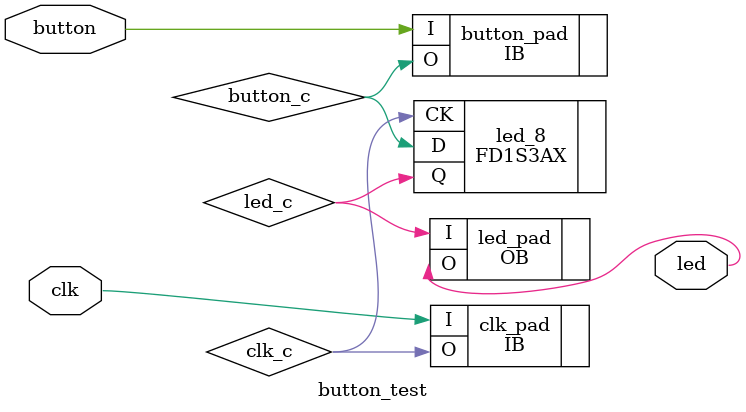
<source format=v>

module button_test (clk, button, led);   // c:/users/ryanm/documents/diamond/ws2812_driver/xo3d/source/button_test.vhd(5[8:19])
    input clk;   // c:/users/ryanm/documents/diamond/ws2812_driver/xo3d/source/button_test.vhd(10[3:6])
    input button;   // c:/users/ryanm/documents/diamond/ws2812_driver/xo3d/source/button_test.vhd(11[3:9])
    output led;   // c:/users/ryanm/documents/diamond/ws2812_driver/xo3d/source/button_test.vhd(12[3:6])
    
    wire clk_c /* synthesis is_clock=1, SET_AS_NETWORK=clk_c */ ;   // c:/users/ryanm/documents/diamond/ws2812_driver/xo3d/source/button_test.vhd(10[3:6])
    
    wire GND_net, button_c, led_c, VCC_net;
    
    VHI i17 (.Z(VCC_net));
    TSALL TSALL_INST (.TSALL(GND_net));
    OB led_pad (.I(led_c), .O(led));   // c:/users/ryanm/documents/diamond/ws2812_driver/xo3d/source/button_test.vhd(12[3:6])
    IB clk_pad (.I(clk), .O(clk_c));   // c:/users/ryanm/documents/diamond/ws2812_driver/xo3d/source/button_test.vhd(10[3:6])
    IB button_pad (.I(button), .O(button_c));   // c:/users/ryanm/documents/diamond/ws2812_driver/xo3d/source/button_test.vhd(11[3:9])
    GSR GSR_INST (.GSR(VCC_net));
    FD1S3AX led_8 (.D(button_c), .CK(clk_c), .Q(led_c));   // c:/users/ryanm/documents/diamond/ws2812_driver/xo3d/source/button_test.vhd(18[2] 22[14])
    defparam led_8.GSR = "ENABLED";
    PUR PUR_INST (.PUR(VCC_net));
    defparam PUR_INST.RST_PULSE = 1;
    VLO i21 (.Z(GND_net));
    
endmodule
//
// Verilog Description of module TSALL
// module not written out since it is a black-box. 
//

//
// Verilog Description of module PUR
// module not written out since it is a black-box. 
//


</source>
